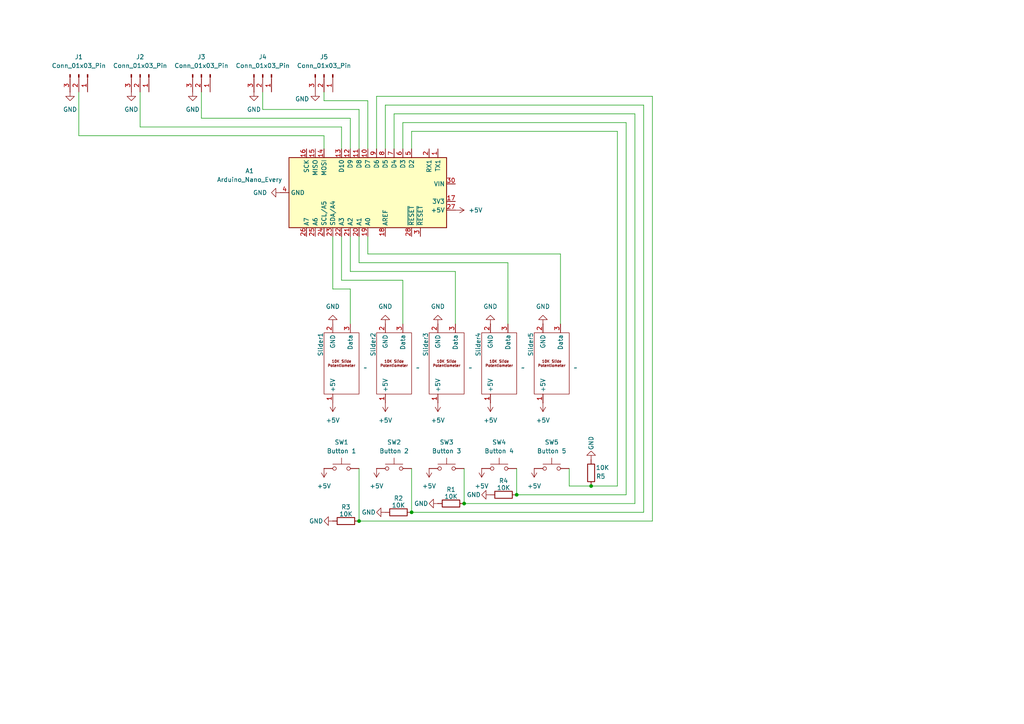
<source format=kicad_sch>
(kicad_sch (version 20231120) (generator "eeschema") (generator_version "8.0")
  (paper "A4")
  (lib_symbols
    (symbol "Connector:Conn_01x03_Pin" (pin_names (offset 1.016) hide)
      (property "Reference" "J" (at 0 5.08 0))
      (property "Value" "Conn_01x03_Pin" (at 0 -5.08 0))
      (symbol "Conn_01x03_Pin_1_1"
        (polyline (pts (xy 1.27 -2.54) (xy 0.8636 -2.54)) (stroke (width 0.1524)))
        (polyline (pts (xy 1.27 0) (xy 0.8636 0)) (stroke (width 0.1524)))
        (polyline (pts (xy 1.27 2.54) (xy 0.8636 2.54)) (stroke (width 0.1524)))
        (rectangle (start 0.8636 -2.413) (end 0 -2.667) (stroke (width 0.1524)) (fill (type outline)))
        (rectangle (start 0.8636 0.127) (end 0 -0.127) (stroke (width 0.1524)) (fill (type outline)))
        (rectangle (start 0.8636 2.667) (end 0 2.413) (stroke (width 0.1524)) (fill (type outline)))
        (pin passive line (at 5.08 2.54 180) (length 3.81) (name "Pin_1") (number "1"))
        (pin passive line (at 5.08 0 180) (length 3.81) (name "Pin_2") (number "2"))
        (pin passive line (at 5.08 -2.54 180) (length 3.81) (name "Pin_3") (number "3"))
      )
    )
    (symbol "Device:R" (pin_numbers hide) (pin_names (offset 0))
      (property "Reference" "R" (at 2.032 0 90))
      (property "Value" "R" (at 0 0 90))
      (symbol "R_0_1"
        (rectangle (start -1.016 -2.54) (end 1.016 2.54) (stroke (width 0.254)))
      )
      (symbol "R_1_1"
        (pin passive line (at 0 3.81 270) (length 1.27) (name "~") (number "1"))
        (pin passive line (at 0 -3.81 90) (length 1.27) (name "~") (number "2"))
      )
    )
    (symbol "MCU_Module:Arduino_Nano_Every"
      (property "Reference" "A" (at -10.16 23.495 0))
      (property "Value" "Arduino_Nano_Every" (at 5.08 -24.13 0))
      (symbol "Arduino_Nano_Every_0_1"
        (rectangle (start -10.16 22.86) (end 10.16 -22.86) (stroke (width 0.254)) (fill (type background)))
      )
      (symbol "Arduino_Nano_Every_1_1"
        (pin bidirectional line (at -12.7 20.32 0) (length 2.54) (name "TX1") (number "1"))
        (pin bidirectional line (at -12.7 0 0) (length 2.54) (name "D7") (number "10"))
        (pin bidirectional line (at -12.7 -2.54 0) (length 2.54) (name "D8") (number "11"))
        (pin bidirectional line (at -12.7 -5.08 0) (length 2.54) (name "D9") (number "12"))
        (pin bidirectional line (at -12.7 -7.62 0) (length 2.54) (name "D10") (number "13"))
        (pin bidirectional line (at -12.7 -12.7 0) (length 2.54) (name "MOSI") (number "14"))
        (pin bidirectional line (at -12.7 -15.24 0) (length 2.54) (name "MISO") (number "15"))
        (pin bidirectional line (at -12.7 -17.78 0) (length 2.54) (name "SCK") (number "16"))
        (pin power_out line (at 2.54 25.4 270) (length 2.54) (name "3V3") (number "17"))
        (pin input line (at 12.7 5.08 180) (length 2.54) (name "AREF") (number "18"))
        (pin bidirectional line (at 12.7 0 180) (length 2.54) (name "A0") (number "19"))
        (pin bidirectional line (at -12.7 17.78 0) (length 2.54) (name "RX1") (number "2"))
        (pin bidirectional line (at 12.7 -2.54 180) (length 2.54) (name "A1") (number "20"))
        (pin bidirectional line (at 12.7 -5.08 180) (length 2.54) (name "A2") (number "21"))
        (pin bidirectional line (at 12.7 -7.62 180) (length 2.54) (name "A3") (number "22"))
        (pin bidirectional line (at 12.7 -10.16 180) (length 2.54) (name "SDA/A4") (number "23"))
        (pin bidirectional line (at 12.7 -12.7 180) (length 2.54) (name "SCL/A5") (number "24"))
        (pin bidirectional line (at 12.7 -15.24 180) (length 2.54) (name "A6") (number "25"))
        (pin bidirectional line (at 12.7 -17.78 180) (length 2.54) (name "A7") (number "26"))
        (pin power_out line (at 5.08 25.4 270) (length 2.54) (name "+5V") (number "27"))
        (pin input line (at 12.7 12.7 180) (length 2.54) (name "~{RESET}") (number "28"))
        (pin passive line (at 0 -25.4 90) (length 2.54) hide (name "GND") (number "29"))
        (pin input line (at 12.7 15.24 180) (length 2.54) (name "~{RESET}") (number "3"))
        (pin power_in line (at -2.54 25.4 270) (length 2.54) (name "VIN") (number "30"))
        (pin power_in line (at 0 -25.4 90) (length 2.54) (name "GND") (number "4"))
        (pin bidirectional line (at -12.7 12.7 0) (length 2.54) (name "D2") (number "5"))
        (pin bidirectional line (at -12.7 10.16 0) (length 2.54) (name "D3") (number "6"))
        (pin bidirectional line (at -12.7 7.62 0) (length 2.54) (name "D4") (number "7"))
        (pin bidirectional line (at -12.7 5.08 0) (length 2.54) (name "D5") (number "8"))
        (pin bidirectional line (at -12.7 2.54 0) (length 2.54) (name "D6") (number "9"))
      )
    )
    (symbol "Switch:SW_Push" (pin_numbers hide) (pin_names (offset 1.016) hide)
      (property "Reference" "SW" (at 1.27 2.54 0))
      (property "Value" "SW_Push" (at 0 -1.524 0))
      (symbol "SW_Push_0_1"
        (circle (center -2.032 0) (radius 0.508))
        (polyline (pts (xy 0 1.27) (xy 0 3.048)))
        (polyline (pts (xy 2.54 1.27) (xy -2.54 1.27)))
        (circle (center 2.032 0) (radius 0.508))
        (pin passive line (at -5.08 0 0) (length 2.54) (name "1") (number "1"))
        (pin passive line (at 5.08 0 180) (length 2.54) (name "2") (number "2"))
      )
    )
    (symbol "custom_library:Custom_10K_Ohm_Slide_Potentiometer"
      (property "Reference" "U" (at 6.35 0 0))
      (symbol "Custom_10K_Ohm_Slide_Potentiometer_0_1"
        (rectangle (start -5.08 8.89) (end 5.08 -8.89))
      )
      (symbol "Custom_10K_Ohm_Slide_Potentiometer_1_1"
        (text "10K Slide\nPotentiometer" (at 0 0 0) (effects (font (size 0.762 0.762))))
        (pin power_in line (at -2.54 -11.43 90) (length 2.54) (name "+5V") (number "1"))
        (pin power_in line (at -2.54 11.43 270) (length 2.54) (name "GND") (number "2"))
        (pin output line (at 2.54 11.43 270) (length 2.54) (name "Data") (number "3"))
      )
    )
    (symbol "power:+5V" (power) (pin_numbers hide) (pin_names (offset 0) hide)
      (property "Value" "+5V" (at 0 3.556 0))
      (symbol "+5V_0_1"
        (polyline (pts (xy -0.762 1.27) (xy 0 2.54)))
        (polyline (pts (xy 0 0) (xy 0 2.54)))
        (polyline (pts (xy 0 2.54) (xy 0.762 1.27)))
      )
      (symbol "+5V_1_1"
        (pin power_in line (at 0 0 90) (length 0) (name "~") (number "1"))
      )
    )
    (symbol "power:GND" (power) (pin_numbers hide) (pin_names (offset 0) hide)
      (property "Value" "GND" (at 0 -3.81 0))
      (symbol "GND_0_1"
        (polyline (pts (xy 0 0) (xy 0 -1.27) (xy 1.27 -1.27) (xy 0 -2.54) (xy -1.27 -1.27) (xy 0 -1.27)))
      )
      (symbol "GND_1_1"
        (pin power_in line (at 0 0 270) (length 0) (name "~") (number "1"))
      )
    )
  )
  (junction (at 119.38 148.59))
  (junction (at 149.86 143.51))
  (junction (at 134.62 146.05))
  (junction (at 171.45 140.97))
  (junction (at 104.14 151.13))
  (wire (pts (xy 116.84 93.98) (xy 116.84 81.28)))
  (wire (pts (xy 114.3 33.02) (xy 114.3 43.18)))
  (wire (pts (xy 147.32 76.2) (xy 104.14 76.2)))
  (wire (pts (xy 99.06 43.18) (xy 99.06 36.83)))
  (wire (pts (xy 109.22 27.94) (xy 109.22 43.18)))
  (wire (pts (xy 149.86 135.89) (xy 149.86 143.51)))
  (wire (pts (xy 186.69 30.48) (xy 111.76 30.48)))
  (wire (pts (xy 106.68 43.18) (xy 106.68 29.21)))
  (wire (pts (xy 93.98 39.37) (xy 22.86 39.37)))
  (wire (pts (xy 134.62 135.89) (xy 134.62 146.05)))
  (wire (pts (xy 93.98 29.21) (xy 93.98 26.67)))
  (wire (pts (xy 179.07 140.97) (xy 179.07 38.1)))
  (wire (pts (xy 96.52 83.82) (xy 101.6 83.82)))
  (wire (pts (xy 104.14 76.2) (xy 104.14 68.58)))
  (wire (pts (xy 184.15 146.05) (xy 184.15 33.02)))
  (wire (pts (xy 101.6 78.74) (xy 132.08 78.74)))
  (wire (pts (xy 104.14 151.13) (xy 189.23 151.13)))
  (wire (pts (xy 189.23 151.13) (xy 189.23 27.94)))
  (wire (pts (xy 119.38 38.1) (xy 119.38 43.18)))
  (wire (pts (xy 165.1 140.97) (xy 165.1 135.89)))
  (wire (pts (xy 132.08 78.74) (xy 132.08 93.98)))
  (wire (pts (xy 149.86 143.51) (xy 181.61 143.51)))
  (wire (pts (xy 111.76 30.48) (xy 111.76 43.18)))
  (wire (pts (xy 104.14 31.75) (xy 76.2 31.75)))
  (wire (pts (xy 40.64 36.83) (xy 40.64 26.67)))
  (wire (pts (xy 101.6 83.82) (xy 101.6 93.98)))
  (wire (pts (xy 101.6 34.29) (xy 58.42 34.29)))
  (wire (pts (xy 104.14 135.89) (xy 104.14 151.13)))
  (wire (pts (xy 93.98 43.18) (xy 93.98 39.37)))
  (wire (pts (xy 189.23 27.94) (xy 109.22 27.94)))
  (wire (pts (xy 96.52 68.58) (xy 96.52 83.82)))
  (wire (pts (xy 106.68 68.58) (xy 106.68 73.66)))
  (wire (pts (xy 162.56 73.66) (xy 162.56 93.98)))
  (wire (pts (xy 106.68 29.21) (xy 93.98 29.21)))
  (wire (pts (xy 184.15 33.02) (xy 114.3 33.02)))
  (wire (pts (xy 99.06 36.83) (xy 40.64 36.83)))
  (wire (pts (xy 101.6 68.58) (xy 101.6 78.74)))
  (wire (pts (xy 165.1 140.97) (xy 171.45 140.97)))
  (wire (pts (xy 134.62 146.05) (xy 184.15 146.05)))
  (wire (pts (xy 101.6 43.18) (xy 101.6 34.29)))
  (wire (pts (xy 171.45 140.97) (xy 179.07 140.97)))
  (wire (pts (xy 181.61 143.51) (xy 181.61 35.56)))
  (wire (pts (xy 116.84 81.28) (xy 99.06 81.28)))
  (wire (pts (xy 119.38 135.89) (xy 119.38 148.59)))
  (wire (pts (xy 186.69 148.59) (xy 186.69 30.48)))
  (wire (pts (xy 22.86 39.37) (xy 22.86 26.67)))
  (wire (pts (xy 179.07 38.1) (xy 119.38 38.1)))
  (wire (pts (xy 116.84 35.56) (xy 116.84 43.18)))
  (wire (pts (xy 58.42 34.29) (xy 58.42 26.67)))
  (wire (pts (xy 99.06 68.58) (xy 99.06 81.28)))
  (wire (pts (xy 104.14 43.18) (xy 104.14 31.75)))
  (wire (pts (xy 119.38 148.59) (xy 186.69 148.59)))
  (wire (pts (xy 147.32 93.98) (xy 147.32 76.2)))
  (wire (pts (xy 106.68 73.66) (xy 162.56 73.66)))
  (wire (pts (xy 76.2 31.75) (xy 76.2 26.67)))
  (wire (pts (xy 181.61 35.56) (xy 116.84 35.56)))
  (symbol (lib_id "power:GND") (at 127 93.98 180) (unit 1)
    (property "Reference" "#PWR09" (effects (hide yes)))
    (property "Value" "GND" (at 127 88.9 0))
    (property "Description" "Power symbol creates a global label with name \"GND\" , ground" (effects (hide yes)))
  )
  (symbol (lib_id "power:GND") (at 73.66 26.67 0) (unit 1)
    (property "Reference" "#PWR025" (effects (hide yes)))
    (property "Value" "GND" (at 73.66 31.75 0))
    (property "Description" "Power symbol creates a global label with name \"GND\" , ground" (effects (hide yes)))
  )
  (symbol (lib_id "power:+5V") (at 96.52 116.84 180) (unit 1)
    (property "Reference" "#PWR03" (effects (hide yes)))
    (property "Value" "+5V" (at 96.52 121.92 0))
    (property "Description" "Power symbol creates a global label with name \"+5V\"" (effects (hide yes)))
  )
  (symbol (lib_id "Switch:SW_Push") (at 129.54 135.89 0) (unit 1)
    (property "Reference" "SW3" (at 129.54 128.27 0))
    (property "Value" "Button 3" (at 129.54 130.81 0))
    (property "Footprint" "Button_Switch_Keyboard:SW_Cherry_MX_1.00u_PCB" (effects (hide yes)))
    (property "Description" "Push button switch, generic, two pins" (effects (hide yes)))
  )
  (symbol (lib_id "power:+5V") (at 157.48 116.84 180) (unit 1)
    (property "Reference" "#PWR07" (effects (hide yes)))
    (property "Value" "+5V" (at 157.48 121.92 0))
    (property "Description" "Power symbol creates a global label with name \"+5V\"" (effects (hide yes)))
  )
  (symbol (lib_id "custom_library:Custom_10K_Ohm_Slide_Potentiometer") (at 114.3 105.41 0) (unit 1)
    (property "Reference" "Slider2" (at 108.204 103.378 90) (effects (justify left)))
    (property "Value" "~" (at 120.65 106.68 0) (effects (justify left)))
    (property "Footprint" "custom_library:Custom Slide Potentiometer Double Linear 10K" (effects (hide yes)))
  )
  (symbol (lib_id "power:GND") (at 55.88 26.67 0) (unit 1)
    (property "Reference" "#PWR026" (effects (hide yes)))
    (property "Value" "GND" (at 55.88 31.75 0))
    (property "Description" "Power symbol creates a global label with name \"GND\" , ground" (effects (hide yes)))
  )
  (symbol (lib_id "power:+5V") (at 154.94 135.89 180) (unit 1)
    (property "Reference" "#PWR017" (effects (hide yes)))
    (property "Value" "+5V" (at 154.94 140.97 0))
    (property "Description" "Power symbol creates a global label with name \"+5V\"" (effects (hide yes)))
  )
  (symbol (lib_id "Connector:Conn_01x03_Pin") (at 93.98 21.59 270) (unit 1)
    (property "Reference" "J5" (at 93.98 16.51 90))
    (property "Value" "Conn_01x03_Pin" (at 93.98 19.05 90))
    (property "Footprint" "Connector_PinHeader_2.54mm:PinHeader_1x03_P2.54mm_Vertical" (effects (hide yes)))
    (property "Description" "Generic connector, single row, 01x03, script generated" (effects (hide yes)))
  )
  (symbol (lib_id "custom_library:Custom_10K_Ohm_Slide_Potentiometer") (at 99.06 105.41 0) (unit 1)
    (property "Reference" "Slider1" (at 92.964 103.378 90) (effects (justify left)))
    (property "Value" "~" (at 105.41 106.68 0) (effects (justify left)))
    (property "Footprint" "custom_library:Custom Slide Potentiometer Double Linear 10K" (effects (hide yes)))
  )
  (symbol (lib_id "Device:R") (at 130.81 146.05 90) (unit 1)
    (property "Reference" "R1" (at 130.81 141.986 90))
    (property "Value" "10K" (at 130.81 144.018 90))
    (property "Footprint" "Resistor_THT:R_Axial_DIN0204_L3.6mm_D1.6mm_P7.62mm_Horizontal" (effects (hide yes)))
    (property "Description" "Resistor" (effects (hide yes)))
  )
  (symbol (lib_id "Device:R") (at 100.33 151.13 90) (unit 1)
    (property "Reference" "R3" (at 100.33 147.066 90))
    (property "Value" "10K" (at 100.33 149.098 90))
    (property "Footprint" "Resistor_THT:R_Axial_DIN0204_L3.6mm_D1.6mm_P7.62mm_Horizontal" (effects (hide yes)))
    (property "Description" "Resistor" (effects (hide yes)))
  )
  (symbol (lib_id "power:+5V") (at 93.98 135.89 180) (unit 1)
    (property "Reference" "#PWR013" (effects (hide yes)))
    (property "Value" "+5V" (at 93.98 140.97 0))
    (property "Description" "Power symbol creates a global label with name \"+5V\"" (effects (hide yes)))
  )
  (symbol (lib_id "MCU_Module:Arduino_Nano_Every") (at 106.68 55.88 270) (unit 1)
    (property "Reference" "A1" (at 72.39 49.5614 90))
    (property "Value" "Arduino_Nano_Every" (at 72.39 52.1014 90))
    (property "Footprint" "Module:Arduino_Nano" (effects (hide yes)))
    (property "Datasheet" "https://content.arduino.cc/assets/NANOEveryV3.0_sch.pdf" (effects (hide yes)))
    (property "Description" "Arduino Nano Every" (effects (hide yes)))
  )
  (symbol (lib_id "power:GND") (at 96.52 93.98 180) (unit 1)
    (property "Reference" "#PWR08" (effects (hide yes)))
    (property "Value" "GND" (at 96.52 88.9 0))
    (property "Description" "Power symbol creates a global label with name \"GND\" , ground" (effects (hide yes)))
  )
  (symbol (lib_id "power:GND") (at 38.1 26.67 0) (unit 1)
    (property "Reference" "#PWR023" (effects (hide yes)))
    (property "Value" "GND" (at 38.1 31.75 0))
    (property "Description" "Power symbol creates a global label with name \"GND\" , ground" (effects (hide yes)))
  )
  (symbol (lib_id "custom_library:Custom_10K_Ohm_Slide_Potentiometer") (at 160.02 105.41 0) (unit 1)
    (property "Reference" "Slider5" (at 153.924 103.378 90) (effects (justify left)))
    (property "Value" "~" (at 166.37 106.68 0) (effects (justify left)))
    (property "Footprint" "custom_library:Custom Slide Potentiometer Double Linear 10K" (effects (hide yes)))
  )
  (symbol (lib_id "Switch:SW_Push") (at 99.06 135.89 0) (unit 1)
    (property "Reference" "SW1" (at 99.06 128.27 0))
    (property "Value" "Button 1" (at 99.06 130.81 0))
    (property "Footprint" "Button_Switch_Keyboard:SW_Cherry_MX_1.00u_PCB" (effects (hide yes)))
    (property "Description" "Push button switch, generic, two pins" (effects (hide yes)))
  )
  (symbol (lib_id "power:GND") (at 96.52 151.13 270) (unit 1)
    (property "Reference" "#PWR020" (effects (hide yes)))
    (property "Value" "GND" (at 93.726 151.13 90) (effects (justify right)))
    (property "Description" "Power symbol creates a global label with name \"GND\" , ground" (effects (hide yes)))
  )
  (symbol (lib_id "Switch:SW_Push") (at 114.3 135.89 0) (unit 1)
    (property "Reference" "SW2" (at 114.3 128.27 0))
    (property "Value" "Button 2" (at 114.3 130.81 0))
    (property "Footprint" "Button_Switch_Keyboard:SW_Cherry_MX_1.00u_PCB" (effects (hide yes)))
    (property "Description" "Push button switch, generic, two pins" (effects (hide yes)))
  )
  (symbol (lib_id "power:+5V") (at 139.7 135.89 180) (unit 1)
    (property "Reference" "#PWR016" (effects (hide yes)))
    (property "Value" "+5V" (at 139.7 140.97 0))
    (property "Description" "Power symbol creates a global label with name \"+5V\"" (effects (hide yes)))
  )
  (symbol (lib_id "power:GND") (at 91.44 26.67 0) (unit 1)
    (property "Reference" "#PWR024" (effects (hide yes)))
    (property "Value" "GND" (at 87.63 28.702 0))
    (property "Description" "Power symbol creates a global label with name \"GND\" , ground" (effects (hide yes)))
  )
  (symbol (lib_id "power:+5V") (at 127 116.84 180) (unit 1)
    (property "Reference" "#PWR05" (effects (hide yes)))
    (property "Value" "+5V" (at 127 121.92 0))
    (property "Description" "Power symbol creates a global label with name \"+5V\"" (effects (hide yes)))
  )
  (symbol (lib_id "power:+5V") (at 124.46 135.89 180) (unit 1)
    (property "Reference" "#PWR015" (effects (hide yes)))
    (property "Value" "+5V" (at 124.46 140.97 0))
    (property "Description" "Power symbol creates a global label with name \"+5V\"" (effects (hide yes)))
  )
  (symbol (lib_id "Switch:SW_Push") (at 144.78 135.89 0) (unit 1)
    (property "Reference" "SW4" (at 144.78 128.27 0))
    (property "Value" "Button 4" (at 144.78 130.81 0))
    (property "Footprint" "Button_Switch_Keyboard:SW_Cherry_MX_1.00u_PCB" (effects (hide yes)))
    (property "Description" "Push button switch, generic, two pins" (effects (hide yes)))
  )
  (symbol (lib_id "custom_library:Custom_10K_Ohm_Slide_Potentiometer") (at 144.78 105.41 0) (unit 1)
    (property "Reference" "Slider4" (at 138.684 103.378 90) (effects (justify left)))
    (property "Value" "~" (at 151.13 106.68 0) (effects (justify left)))
    (property "Footprint" "custom_library:Custom Slide Potentiometer Double Linear 10K" (effects (hide yes)))
  )
  (symbol (lib_id "power:GND") (at 171.45 133.35 180) (unit 1)
    (property "Reference" "#PWR022" (effects (hide yes)))
    (property "Value" "GND" (at 171.45 130.556 90) (effects (justify right)))
    (property "Description" "Power symbol creates a global label with name \"GND\" , ground" (effects (hide yes)))
  )
  (symbol (lib_id "Device:R") (at 171.45 137.16 0) (unit 1)
    (property "Reference" "R5" (at 174.244 138.176 0))
    (property "Value" "10K" (at 174.752 135.636 0))
    (property "Footprint" "Resistor_THT:R_Axial_DIN0204_L3.6mm_D1.6mm_P7.62mm_Horizontal" (effects (hide yes)))
    (property "Description" "Resistor" (effects (hide yes)))
  )
  (symbol (lib_id "Connector:Conn_01x03_Pin") (at 76.2 21.59 270) (unit 1)
    (property "Reference" "J4" (at 76.2 16.51 90))
    (property "Value" "Conn_01x03_Pin" (at 76.2 19.05 90))
    (property "Footprint" "Connector_PinHeader_2.54mm:PinHeader_1x03_P2.54mm_Vertical" (effects (hide yes)))
    (property "Description" "Generic connector, single row, 01x03, script generated" (effects (hide yes)))
  )
  (symbol (lib_id "power:+5V") (at 142.24 116.84 180) (unit 1)
    (property "Reference" "#PWR06" (effects (hide yes)))
    (property "Value" "+5V" (at 142.24 121.92 0))
    (property "Description" "Power symbol creates a global label with name \"+5V\"" (effects (hide yes)))
  )
  (symbol (lib_id "power:+5V") (at 109.22 135.89 180) (unit 1)
    (property "Reference" "#PWR014" (effects (hide yes)))
    (property "Value" "+5V" (at 109.22 140.97 0))
    (property "Description" "Power symbol creates a global label with name \"+5V\"" (effects (hide yes)))
  )
  (symbol (lib_id "power:GND") (at 111.76 93.98 180) (unit 1)
    (property "Reference" "#PWR010" (effects (hide yes)))
    (property "Value" "GND" (at 111.76 88.9 0))
    (property "Description" "Power symbol creates a global label with name \"GND\" , ground" (effects (hide yes)))
  )
  (symbol (lib_id "power:GND") (at 20.32 26.67 0) (unit 1)
    (property "Reference" "#PWR027" (effects (hide yes)))
    (property "Value" "GND" (at 20.32 31.75 0))
    (property "Description" "Power symbol creates a global label with name \"GND\" , ground" (effects (hide yes)))
  )
  (symbol (lib_id "power:+5V") (at 111.76 116.84 180) (unit 1)
    (property "Reference" "#PWR04" (effects (hide yes)))
    (property "Value" "+5V" (at 111.76 121.92 0))
    (property "Description" "Power symbol creates a global label with name \"+5V\"" (effects (hide yes)))
  )
  (symbol (lib_id "Connector:Conn_01x03_Pin") (at 58.42 21.59 270) (unit 1)
    (property "Reference" "J3" (at 58.42 16.51 90))
    (property "Value" "Conn_01x03_Pin" (at 58.42 19.05 90))
    (property "Footprint" "Connector_PinHeader_2.54mm:PinHeader_1x03_P2.54mm_Vertical" (effects (hide yes)))
    (property "Description" "Generic connector, single row, 01x03, script generated" (effects (hide yes)))
  )
  (symbol (lib_id "custom_library:Custom_10K_Ohm_Slide_Potentiometer") (at 129.54 105.41 0) (unit 1)
    (property "Reference" "Slider3" (at 123.444 103.378 90) (effects (justify left)))
    (property "Value" "~" (at 135.89 106.68 0) (effects (justify left)))
    (property "Footprint" "custom_library:Custom Slide Potentiometer Double Linear 10K" (effects (hide yes)))
  )
  (symbol (lib_id "Device:R") (at 115.57 148.59 90) (unit 1)
    (property "Reference" "R2" (at 115.57 144.526 90))
    (property "Value" "10K" (at 115.57 146.558 90))
    (property "Footprint" "Resistor_THT:R_Axial_DIN0204_L3.6mm_D1.6mm_P7.62mm_Horizontal" (effects (hide yes)))
    (property "Description" "Resistor" (effects (hide yes)))
  )
  (symbol (lib_id "power:GND") (at 127 146.05 270) (unit 1)
    (property "Reference" "#PWR018" (effects (hide yes)))
    (property "Value" "GND" (at 124.206 146.05 90) (effects (justify right)))
    (property "Description" "Power symbol creates a global label with name \"GND\" , ground" (effects (hide yes)))
  )
  (symbol (lib_id "power:GND") (at 111.76 148.59 270) (unit 1)
    (property "Reference" "#PWR019" (effects (hide yes)))
    (property "Value" "GND" (at 108.966 148.59 90) (effects (justify right)))
    (property "Description" "Power symbol creates a global label with name \"GND\" , ground" (effects (hide yes)))
  )
  (symbol (lib_id "Connector:Conn_01x03_Pin") (at 22.86 21.59 270) (unit 1)
    (property "Reference" "J1" (at 22.86 16.51 90))
    (property "Value" "Conn_01x03_Pin" (at 22.86 19.05 90))
    (property "Footprint" "Connector_PinHeader_2.54mm:PinHeader_1x03_P2.54mm_Vertical" (effects (hide yes)))
    (property "Description" "Generic connector, single row, 01x03, script generated" (effects (hide yes)))
  )
  (symbol (lib_id "Connector:Conn_01x03_Pin") (at 40.64 21.59 270) (unit 1)
    (property "Reference" "J2" (at 40.64 16.51 90))
    (property "Value" "Conn_01x03_Pin" (at 40.64 19.05 90))
    (property "Footprint" "Connector_PinHeader_2.54mm:PinHeader_1x03_P2.54mm_Vertical" (effects (hide yes)))
    (property "Description" "Generic connector, single row, 01x03, script generated" (effects (hide yes)))
  )
  (symbol (lib_id "Device:R") (at 146.05 143.51 90) (unit 1)
    (property "Reference" "R4" (at 146.05 139.446 90))
    (property "Value" "10K" (at 146.05 141.478 90))
    (property "Footprint" "Resistor_THT:R_Axial_DIN0204_L3.6mm_D1.6mm_P7.62mm_Horizontal" (effects (hide yes)))
    (property "Description" "Resistor" (effects (hide yes)))
  )
  (symbol (lib_id "power:GND") (at 81.28 55.88 270) (unit 1)
    (property "Reference" "#PWR02" (effects (hide yes)))
    (property "Value" "GND" (at 77.47 55.8799 90) (effects (justify right)))
    (property "Description" "Power symbol creates a global label with name \"GND\" , ground" (effects (hide yes)))
  )
  (symbol (lib_id "power:GND") (at 142.24 143.51 270) (unit 1)
    (property "Reference" "#PWR021" (effects (hide yes)))
    (property "Value" "GND" (at 139.446 143.51 90) (effects (justify right)))
    (property "Description" "Power symbol creates a global label with name \"GND\" , ground" (effects (hide yes)))
  )
  (symbol (lib_id "power:GND") (at 142.24 93.98 180) (unit 1)
    (property "Reference" "#PWR012" (effects (hide yes)))
    (property "Value" "GND" (at 142.24 88.9 0))
    (property "Description" "Power symbol creates a global label with name \"GND\" , ground" (effects (hide yes)))
  )
  (symbol (lib_id "Switch:SW_Push") (at 160.02 135.89 0) (unit 1)
    (property "Reference" "SW5" (at 160.02 128.27 0))
    (property "Value" "Button 5" (at 160.02 130.81 0))
    (property "Footprint" "Button_Switch_Keyboard:SW_Cherry_MX_1.00u_PCB" (effects (hide yes)))
    (property "Description" "Push button switch, generic, two pins" (effects (hide yes)))
  )
  (symbol (lib_id "power:+5V") (at 132.08 60.96 270) (unit 1)
    (property "Reference" "#PWR01" (effects (hide yes)))
    (property "Value" "+5V" (at 135.89 60.9599 90) (effects (justify left)))
    (property "Description" "Power symbol creates a global label with name \"+5V\"" (effects (hide yes)))
  )
  (symbol (lib_id "power:GND") (at 157.48 93.98 180) (unit 1)
    (property "Reference" "#PWR011" (effects (hide yes)))
    (property "Value" "GND" (at 157.48 88.9 0))
    (property "Description" "Power symbol creates a global label with name \"GND\" , ground" (effects (hide yes)))
  )
)
</source>
